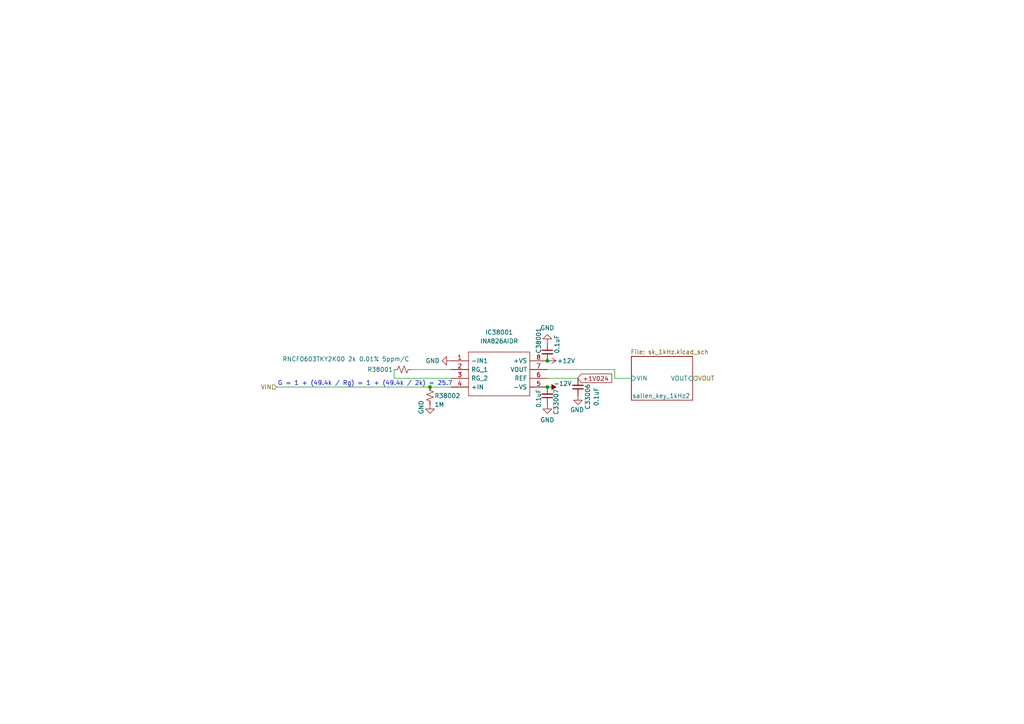
<source format=kicad_sch>
(kicad_sch (version 20231120) (generator "eeschema") (generator_version "8.0")
  (paper "A4")
  (lib_symbols
    (symbol "Device:C_Small" (pin_numbers hide) (pin_names (offset 0.254) hide)
      (property "Reference" "C" (at 0.254 1.778 0))
      (property "Value" "C_Small" (at 0.254 -2.032 0))
      (symbol "C_Small_0_1"
        (polyline (pts (xy -1.524 -0.508) (xy 1.524 -0.508)) (stroke (width 0.3302)))
        (polyline (pts (xy -1.524 0.508) (xy 1.524 0.508)) (stroke (width 0.3048)))
      )
      (symbol "C_Small_1_1"
        (pin passive line (at 0 2.54 270) (length 2.032) (name "~") (number "1"))
        (pin passive line (at 0 -2.54 90) (length 2.032) (name "~") (number "2"))
      )
    )
    (symbol "Device:R_Small_US" (pin_numbers hide) (pin_names (offset 0.254) hide)
      (property "Reference" "R" (at 0.762 0.508 0))
      (property "Value" "R_Small_US" (at 0.762 -1.016 0))
      (symbol "R_Small_US_1_1"
        (polyline (pts (xy 0 0) (xy 1.016 -0.381) (xy 0 -0.762) (xy -1.016 -1.143) (xy 0 -1.524)))
        (polyline (pts (xy 0 1.524) (xy 1.016 1.143) (xy 0 0.762) (xy -1.016 0.381) (xy 0 0)))
        (pin passive line (at 0 2.54 270) (length 1.016) (name "~") (number "1"))
        (pin passive line (at 0 -2.54 90) (length 1.016) (name "~") (number "2"))
      )
    )
    (symbol "aaa:INA826AIDR" (pin_names (offset 0.762))
      (property "Reference" "IC" (at 24.13 7.62 0))
      (property "Value" "INA826AIDR" (at 24.13 5.08 0))
      (symbol "INA826AIDR_0_0"
        (pin passive line (at 0 0 0) (length 5.08) (name "-IN1") (number "1"))
        (pin passive line (at 0 -2.54 0) (length 5.08) (name "RG_1") (number "2"))
        (pin passive line (at 0 -5.08 0) (length 5.08) (name "RG_2") (number "3"))
        (pin passive line (at 0 -7.62 0) (length 5.08) (name "+IN") (number "4"))
        (pin passive line (at 27.94 -7.62 180) (length 5.08) (name "-VS") (number "5"))
        (pin passive line (at 27.94 -5.08 180) (length 5.08) (name "REF") (number "6"))
        (pin passive line (at 27.94 -2.54 180) (length 5.08) (name "VOUT") (number "7"))
        (pin passive line (at 27.94 0 180) (length 5.08) (name "+VS") (number "8"))
      )
      (symbol "INA826AIDR_0_1"
        (polyline (pts (xy 5.08 2.54) (xy 22.86 2.54) (xy 22.86 -10.16) (xy 5.08 -10.16) (xy 5.08 2.54)) (stroke (width 0.1524)))
      )
    )
    (symbol "power:+12V" (power) (pin_numbers hide) (pin_names (offset 0) hide)
      (property "Value" "+12V" (at 0 3.556 0))
      (symbol "+12V_0_1"
        (polyline (pts (xy -0.762 1.27) (xy 0 2.54)))
        (polyline (pts (xy 0 0) (xy 0 2.54)))
        (polyline (pts (xy 0 2.54) (xy 0.762 1.27)))
      )
      (symbol "+12V_1_1"
        (pin power_in line (at 0 0 90) (length 0) (name "~") (number "1"))
      )
    )
    (symbol "power:-12V" (power) (pin_numbers hide) (pin_names (offset 0) hide)
      (property "Value" "-12V" (at 0 3.556 0))
      (symbol "-12V_0_0"
        (pin power_in line (at 0 0 90) (length 0) (name "~") (number "1"))
      )
      (symbol "-12V_0_1"
        (polyline (pts (xy 0 0) (xy 0 1.27) (xy 0.762 1.27) (xy 0 2.54) (xy -0.762 1.27) (xy 0 1.27)) (fill (type outline)))
      )
    )
    (symbol "power:GND" (power) (pin_names (offset 0))
      (property "Value" "GND" (at 0 -3.81 0))
      (symbol "GND_0_1"
        (polyline (pts (xy 0 0) (xy 0 -1.27) (xy 1.27 -1.27) (xy 0 -2.54) (xy -1.27 -1.27) (xy 0 -1.27)))
      )
      (symbol "GND_1_1"
        (pin power_in line (at 0 0 270) (length 0) hide (name "GND") (number "1"))
      )
    )
  )
  (junction (at 158.75 112.268))
  (junction (at 158.75 104.648))
  (junction (at 124.714 112.268))
  (wire (pts (xy 114.3 109.728) (xy 130.81 109.728)))
  (wire (pts (xy 158.75 107.188) (xy 178.308 107.188)))
  (wire (pts (xy 124.714 112.268) (xy 80.264 112.268)))
  (wire (pts (xy 178.308 109.728) (xy 183.134 109.728)))
  (wire (pts (xy 119.38 107.188) (xy 130.81 107.188)))
  (wire (pts (xy 124.714 112.268) (xy 130.81 112.268)))
  (wire (pts (xy 158.75 109.728) (xy 167.64 109.728)))
  (wire (pts (xy 114.3 107.188) (xy 114.3 109.728)))
  (wire (pts (xy 178.308 109.728) (xy 178.308 107.188)))
  (text "G = 1 + (49.4k / Rg) = 1 + (49.4k / 2k) = 25.7" (at 80.518 112.014 0) (effects (font (size 1.27 1.27)) (justify left bottom)))
  (global_label "+1V024" (shape input) (at 167.513 109.728 0) (property "Intersheetrefs" "${INTERSHEET_REFS}" (effects (hide yes))))
  (hierarchical_label "VOUT" (shape input) (at 200.914 109.728 0))
  (hierarchical_label "VIN" (shape input) (at 80.264 112.268 180))
  (symbol (lib_id "power:-12V") (at 158.75 112.268 270) (unit 1)
    (property "Reference" "#PWR33012" (effects (hide yes)))
    (property "Value" "-12V" (at 160.528 111.252 90) (effects (justify left)))
    (property "Description" "Power symbol creates a global label with name \"-12V\"" (effects (hide yes)))
  )
  (symbol (lib_id "Device:R_Small_US") (at 116.84 107.188 270) (unit 1)
    (property "Reference" "R38001" (at 110.236 107.188 90))
    (property "Value" "RNCF0603TKY2K00 2k 0.01% 5ppm/C" (at 100.33 104.14 90))
    (property "Footprint" "Resistor_SMD:R_0603_1608Metric" (effects (hide yes)))
    (property "LCSC" "C346578" (effects (hide yes)))
    (instances (project "analog_i" (path "" (reference "R38001") (unit 1))) (project "analog_frontend_panel" (path "" (reference "R31001") (unit 1))))
  )
  (symbol (lib_id "power:GND") (at 130.81 104.648 270) (unit 1)
    (property "Reference" "#PWR221" (effects (hide yes)))
    (property "Value" "GND" (at 127.508 104.6479 90) (effects (justify right)))
    (instances (project "analog_i" (path "" (reference "#PWR221") (unit 1))) (project "analog_frontend_panel" (path "" (reference "#PWR31002") (unit 1))))
  )
  (symbol (lib_id "power:+12V") (at 158.75 104.648 270) (unit 1)
    (property "Reference" "#PWR33013" (effects (hide yes)))
    (property "Value" "+12V" (at 161.544 104.648 90) (effects (justify left)))
    (property "Description" "Power symbol creates a global label with name \"+12V\"" (effects (hide yes)))
  )
  (symbol (lib_id "power:GND") (at 158.75 99.568 180) (unit 1)
    (property "Reference" "#PWR219" (effects (hide yes)))
    (property "Value" "GND" (at 158.75 95.123 0))
    (instances (project "analog_i" (path "" (reference "#PWR219") (unit 1))) (project "analog_frontend_panel" (path "" (reference "#PWR31004") (unit 1))))
  )
  (symbol (lib_id "Device:C_Small") (at 167.64 112.268 180) (unit 1)
    (property "Reference" "C33006" (at 170.434 115.062 90))
    (property "Value" "0.1uF" (at 172.974 115.062 90))
    (property "Footprint" "Capacitor_SMD:C_0402_1005Metric" (effects (hide yes)))
  )
  (symbol (lib_id "Device:R_Small_US") (at 124.714 114.808 0) (unit 1)
    (property "Reference" "R38002" (at 125.984 114.808 0) (effects (justify left)))
    (property "Value" "1M" (at 125.984 117.348 0) (effects (justify left)))
    (property "Footprint" "Resistor_SMD:R_0402_1005Metric" (effects (hide yes)))
    (instances (project "analog_i" (path "" (reference "R38002") (unit 1))) (project "analog_frontend_panel" (path "" (reference "R31002") (unit 1))))
  )
  (symbol (lib_id "Device:C_Small") (at 158.75 114.808 180) (unit 1)
    (property "Reference" "C33007" (at 161.29 116.586 90))
    (property "Value" "0.1uF" (at 156.21 115.57 90))
    (property "Footprint" "Capacitor_SMD:C_0402_1005Metric" (effects (hide yes)))
  )
  (symbol (lib_id "power:GND") (at 158.75 117.348 0) (unit 1)
    (property "Reference" "#PWR33011" (effects (hide yes)))
    (property "Value" "GND" (at 158.75 121.793 0))
  )
  (symbol (lib_id "power:GND") (at 124.714 117.348 0) (unit 1)
    (property "Reference" "#PWR218" (effects (hide yes)))
    (property "Value" "GND" (at 122.174 116.078 90) (effects (justify right)))
    (instances (project "analog_i" (path "" (reference "#PWR218") (unit 1))) (project "analog_frontend_panel" (path "" (reference "#PWR31001") (unit 1))))
  )
  (symbol (lib_id "Device:C_Small") (at 158.75 102.108 0) (unit 1)
    (property "Reference" "C38001" (at 156.21 98.806 90))
    (property "Value" "0.1uF" (at 161.544 99.822 90))
    (property "Footprint" "Capacitor_SMD:C_0402_1005Metric" (effects (hide yes)))
    (instances (project "analog_i" (path "" (reference "C38001") (unit 1))) (project "analog_frontend_panel" (path "" (reference "C31001") (unit 1))))
  )
  (symbol (lib_id "aaa:INA826AIDR") (at 130.81 104.648 0) (unit 1)
    (property "Reference" "IC38001" (at 144.78 96.393 0))
    (property "Value" "INA826AIDR" (at 144.78 98.933 0))
    (property "Footprint" "aaa:SOIC127P600X175-8N" (effects (hide yes)))
    (property "Datasheet" "http://www.ti.com/lit/gpn/ina826" (effects (hide yes)))
    (property "Description" "Precision, 200-uA Supply Current, 36-V Supply Instrumentation Amplifier" (effects (hide yes)))
    (property "Height" "1.75" (effects (hide yes)))
    (property "Manufacturer_Name" "Texas Instruments" (effects (hide yes)))
    (property "Manufacturer_Part_Number" "INA826AIDR" (effects (hide yes)))
    (property "Mouser Part Number" "595-INA826AIDR" (effects (hide yes)))
    (property "Mouser Price/Stock" "https://www.mouser.co.uk/ProductDetail/Texas-Instruments/INA826AIDR?qs=RqytGdBYyUFuQNJtlkA6aQ%3D%3D" (effects (hide yes)))
    (property "Arrow Part Number" "INA826AIDR" (effects (hide yes)))
    (property "Arrow Price/Stock" "https://www.arrow.com/en/products/ina826aidr/texas-instruments?region=nac" (effects (hide yes)))
    (property "LCSC" "C38433" (effects (hide yes)))
    (instances (project "analog_i" (path "" (reference "IC38001") (unit 1))) (project "analog_frontend_panel" (path "" (reference "IC31001") (unit 1))))
  )
  (symbol (lib_id "power:GND") (at 167.64 114.808 0) (unit 1)
    (property "Reference" "#PWR33010" (effects (hide yes)))
    (property "Value" "GND" (at 169.418 118.872 0) (effects (justify right)))
  )
  (sheet (at 183.134 103.378) (size 17.78 12.7) (stroke (width 0.1524))
    (property "Sheetname" "sallen_key_1kHz2" (at 183.388 115.57 0) (effects (justify left bottom)))
    (property "Sheetfile" "sk_1kHz.kicad_sch" (at 182.88 101.346 0) (effects (justify left top)))
    (pin "VIN" input (at 183.134 109.728 180))
    (pin "VOUT" input (at 200.914 109.728 0))
  )
)
</source>
